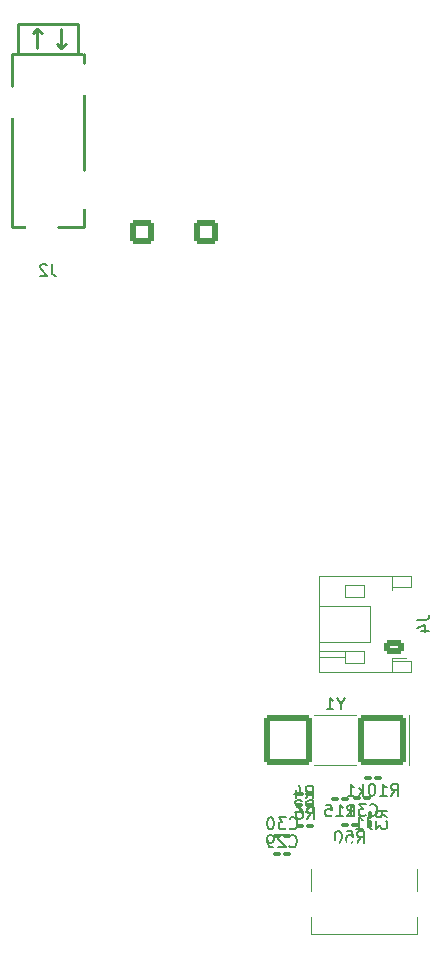
<source format=gbr>
%TF.GenerationSoftware,KiCad,Pcbnew,9.0.6*%
%TF.CreationDate,2025-12-23T23:32:32-06:00*%
%TF.ProjectId,Tony's MP3 Player,546f6e79-2773-4204-9d50-3320506c6179,rev?*%
%TF.SameCoordinates,Original*%
%TF.FileFunction,Legend,Bot*%
%TF.FilePolarity,Positive*%
%FSLAX46Y46*%
G04 Gerber Fmt 4.6, Leading zero omitted, Abs format (unit mm)*
G04 Created by KiCad (PCBNEW 9.0.6) date 2025-12-23 23:32:32*
%MOMM*%
%LPD*%
G01*
G04 APERTURE LIST*
G04 Aperture macros list*
%AMRoundRect*
0 Rectangle with rounded corners*
0 $1 Rounding radius*
0 $2 $3 $4 $5 $6 $7 $8 $9 X,Y pos of 4 corners*
0 Add a 4 corners polygon primitive as box body*
4,1,4,$2,$3,$4,$5,$6,$7,$8,$9,$2,$3,0*
0 Add four circle primitives for the rounded corners*
1,1,$1+$1,$2,$3*
1,1,$1+$1,$4,$5*
1,1,$1+$1,$6,$7*
1,1,$1+$1,$8,$9*
0 Add four rect primitives between the rounded corners*
20,1,$1+$1,$2,$3,$4,$5,0*
20,1,$1+$1,$4,$5,$6,$7,0*
20,1,$1+$1,$6,$7,$8,$9,0*
20,1,$1+$1,$8,$9,$2,$3,0*%
G04 Aperture macros list end*
%ADD10C,0.150000*%
%ADD11C,0.120000*%
%ADD12C,0.254000*%
%ADD13RoundRect,0.250000X0.750000X-0.750000X0.750000X0.750000X-0.750000X0.750000X-0.750000X-0.750000X0*%
%ADD14C,2.000000*%
%ADD15O,1.701600X1.701600*%
%ADD16RoundRect,0.250000X0.625000X-0.350000X0.625000X0.350000X-0.625000X0.350000X-0.625000X-0.350000X0*%
%ADD17O,1.750000X1.200000*%
%ADD18RoundRect,0.100000X0.217500X0.100000X-0.217500X0.100000X-0.217500X-0.100000X0.217500X-0.100000X0*%
%ADD19R,2.800000X2.200000*%
%ADD20R,2.800000X2.800000*%
%ADD21R,2.200000X2.800000*%
%ADD22RoundRect,0.100000X-0.217500X-0.100000X0.217500X-0.100000X0.217500X0.100000X-0.217500X0.100000X0*%
%ADD23RoundRect,0.100000X0.100000X-0.217500X0.100000X0.217500X-0.100000X0.217500X-0.100000X-0.217500X0*%
%ADD24RoundRect,0.250001X1.762499X1.849999X-1.762499X1.849999X-1.762499X-1.849999X1.762499X-1.849999X0*%
%ADD25C,0.600000*%
%ADD26R,0.600000X1.160000*%
%ADD27R,0.300000X1.160000*%
%ADD28O,0.900000X1.700000*%
%ADD29O,0.900000X2.000000*%
G04 APERTURE END LIST*
D10*
X167424819Y-98906666D02*
X168139104Y-98906666D01*
X168139104Y-98906666D02*
X168281961Y-98859047D01*
X168281961Y-98859047D02*
X168377200Y-98763809D01*
X168377200Y-98763809D02*
X168424819Y-98620952D01*
X168424819Y-98620952D02*
X168424819Y-98525714D01*
X167758152Y-99811428D02*
X168424819Y-99811428D01*
X167377200Y-99573333D02*
X168091485Y-99335238D01*
X168091485Y-99335238D02*
X168091485Y-99954285D01*
X158086666Y-115754819D02*
X158419999Y-115278628D01*
X158658094Y-115754819D02*
X158658094Y-114754819D01*
X158658094Y-114754819D02*
X158277142Y-114754819D01*
X158277142Y-114754819D02*
X158181904Y-114802438D01*
X158181904Y-114802438D02*
X158134285Y-114850057D01*
X158134285Y-114850057D02*
X158086666Y-114945295D01*
X158086666Y-114945295D02*
X158086666Y-115088152D01*
X158086666Y-115088152D02*
X158134285Y-115183390D01*
X158134285Y-115183390D02*
X158181904Y-115231009D01*
X158181904Y-115231009D02*
X158277142Y-115278628D01*
X158277142Y-115278628D02*
X158658094Y-115278628D01*
X157229523Y-114754819D02*
X157419999Y-114754819D01*
X157419999Y-114754819D02*
X157515237Y-114802438D01*
X157515237Y-114802438D02*
X157562856Y-114850057D01*
X157562856Y-114850057D02*
X157658094Y-114992914D01*
X157658094Y-114992914D02*
X157705713Y-115183390D01*
X157705713Y-115183390D02*
X157705713Y-115564342D01*
X157705713Y-115564342D02*
X157658094Y-115659580D01*
X157658094Y-115659580D02*
X157610475Y-115707200D01*
X157610475Y-115707200D02*
X157515237Y-115754819D01*
X157515237Y-115754819D02*
X157324761Y-115754819D01*
X157324761Y-115754819D02*
X157229523Y-115707200D01*
X157229523Y-115707200D02*
X157181904Y-115659580D01*
X157181904Y-115659580D02*
X157134285Y-115564342D01*
X157134285Y-115564342D02*
X157134285Y-115326247D01*
X157134285Y-115326247D02*
X157181904Y-115231009D01*
X157181904Y-115231009D02*
X157229523Y-115183390D01*
X157229523Y-115183390D02*
X157324761Y-115135771D01*
X157324761Y-115135771D02*
X157515237Y-115135771D01*
X157515237Y-115135771D02*
X157610475Y-115183390D01*
X157610475Y-115183390D02*
X157658094Y-115231009D01*
X157658094Y-115231009D02*
X157705713Y-115326247D01*
X136483333Y-68779536D02*
X136483333Y-69493821D01*
X136483333Y-69493821D02*
X136530952Y-69636678D01*
X136530952Y-69636678D02*
X136626190Y-69731917D01*
X136626190Y-69731917D02*
X136769047Y-69779536D01*
X136769047Y-69779536D02*
X136864285Y-69779536D01*
X136054761Y-68874774D02*
X136007142Y-68827155D01*
X136007142Y-68827155D02*
X135911904Y-68779536D01*
X135911904Y-68779536D02*
X135673809Y-68779536D01*
X135673809Y-68779536D02*
X135578571Y-68827155D01*
X135578571Y-68827155D02*
X135530952Y-68874774D01*
X135530952Y-68874774D02*
X135483333Y-68970012D01*
X135483333Y-68970012D02*
X135483333Y-69065250D01*
X135483333Y-69065250D02*
X135530952Y-69208107D01*
X135530952Y-69208107D02*
X136102380Y-69779536D01*
X136102380Y-69779536D02*
X135483333Y-69779536D01*
X163400357Y-115409580D02*
X163447976Y-115457200D01*
X163447976Y-115457200D02*
X163590833Y-115504819D01*
X163590833Y-115504819D02*
X163686071Y-115504819D01*
X163686071Y-115504819D02*
X163828928Y-115457200D01*
X163828928Y-115457200D02*
X163924166Y-115361961D01*
X163924166Y-115361961D02*
X163971785Y-115266723D01*
X163971785Y-115266723D02*
X164019404Y-115076247D01*
X164019404Y-115076247D02*
X164019404Y-114933390D01*
X164019404Y-114933390D02*
X163971785Y-114742914D01*
X163971785Y-114742914D02*
X163924166Y-114647676D01*
X163924166Y-114647676D02*
X163828928Y-114552438D01*
X163828928Y-114552438D02*
X163686071Y-114504819D01*
X163686071Y-114504819D02*
X163590833Y-114504819D01*
X163590833Y-114504819D02*
X163447976Y-114552438D01*
X163447976Y-114552438D02*
X163400357Y-114600057D01*
X163067023Y-114504819D02*
X162447976Y-114504819D01*
X162447976Y-114504819D02*
X162781309Y-114885771D01*
X162781309Y-114885771D02*
X162638452Y-114885771D01*
X162638452Y-114885771D02*
X162543214Y-114933390D01*
X162543214Y-114933390D02*
X162495595Y-114981009D01*
X162495595Y-114981009D02*
X162447976Y-115076247D01*
X162447976Y-115076247D02*
X162447976Y-115314342D01*
X162447976Y-115314342D02*
X162495595Y-115409580D01*
X162495595Y-115409580D02*
X162543214Y-115457200D01*
X162543214Y-115457200D02*
X162638452Y-115504819D01*
X162638452Y-115504819D02*
X162924166Y-115504819D01*
X162924166Y-115504819D02*
X163019404Y-115457200D01*
X163019404Y-115457200D02*
X163067023Y-115409580D01*
X161495595Y-115504819D02*
X162067023Y-115504819D01*
X161781309Y-115504819D02*
X161781309Y-114504819D01*
X161781309Y-114504819D02*
X161876547Y-114647676D01*
X161876547Y-114647676D02*
X161971785Y-114742914D01*
X161971785Y-114742914D02*
X162067023Y-114790533D01*
X161502857Y-115544819D02*
X161836190Y-115068628D01*
X162074285Y-115544819D02*
X162074285Y-114544819D01*
X162074285Y-114544819D02*
X161693333Y-114544819D01*
X161693333Y-114544819D02*
X161598095Y-114592438D01*
X161598095Y-114592438D02*
X161550476Y-114640057D01*
X161550476Y-114640057D02*
X161502857Y-114735295D01*
X161502857Y-114735295D02*
X161502857Y-114878152D01*
X161502857Y-114878152D02*
X161550476Y-114973390D01*
X161550476Y-114973390D02*
X161598095Y-115021009D01*
X161598095Y-115021009D02*
X161693333Y-115068628D01*
X161693333Y-115068628D02*
X162074285Y-115068628D01*
X160550476Y-115544819D02*
X161121904Y-115544819D01*
X160836190Y-115544819D02*
X160836190Y-114544819D01*
X160836190Y-114544819D02*
X160931428Y-114687676D01*
X160931428Y-114687676D02*
X161026666Y-114782914D01*
X161026666Y-114782914D02*
X161121904Y-114830533D01*
X159645714Y-114544819D02*
X160121904Y-114544819D01*
X160121904Y-114544819D02*
X160169523Y-115021009D01*
X160169523Y-115021009D02*
X160121904Y-114973390D01*
X160121904Y-114973390D02*
X160026666Y-114925771D01*
X160026666Y-114925771D02*
X159788571Y-114925771D01*
X159788571Y-114925771D02*
X159693333Y-114973390D01*
X159693333Y-114973390D02*
X159645714Y-115021009D01*
X159645714Y-115021009D02*
X159598095Y-115116247D01*
X159598095Y-115116247D02*
X159598095Y-115354342D01*
X159598095Y-115354342D02*
X159645714Y-115449580D01*
X159645714Y-115449580D02*
X159693333Y-115497200D01*
X159693333Y-115497200D02*
X159788571Y-115544819D01*
X159788571Y-115544819D02*
X160026666Y-115544819D01*
X160026666Y-115544819D02*
X160121904Y-115497200D01*
X160121904Y-115497200D02*
X160169523Y-115449580D01*
X164884819Y-115640833D02*
X164408628Y-115307500D01*
X164884819Y-115069405D02*
X163884819Y-115069405D01*
X163884819Y-115069405D02*
X163884819Y-115450357D01*
X163884819Y-115450357D02*
X163932438Y-115545595D01*
X163932438Y-115545595D02*
X163980057Y-115593214D01*
X163980057Y-115593214D02*
X164075295Y-115640833D01*
X164075295Y-115640833D02*
X164218152Y-115640833D01*
X164218152Y-115640833D02*
X164313390Y-115593214D01*
X164313390Y-115593214D02*
X164361009Y-115545595D01*
X164361009Y-115545595D02*
X164408628Y-115450357D01*
X164408628Y-115450357D02*
X164408628Y-115069405D01*
X163884819Y-115974167D02*
X163884819Y-116593214D01*
X163884819Y-116593214D02*
X164265771Y-116259881D01*
X164265771Y-116259881D02*
X164265771Y-116402738D01*
X164265771Y-116402738D02*
X164313390Y-116497976D01*
X164313390Y-116497976D02*
X164361009Y-116545595D01*
X164361009Y-116545595D02*
X164456247Y-116593214D01*
X164456247Y-116593214D02*
X164694342Y-116593214D01*
X164694342Y-116593214D02*
X164789580Y-116545595D01*
X164789580Y-116545595D02*
X164837200Y-116497976D01*
X164837200Y-116497976D02*
X164884819Y-116402738D01*
X164884819Y-116402738D02*
X164884819Y-116117024D01*
X164884819Y-116117024D02*
X164837200Y-116021786D01*
X164837200Y-116021786D02*
X164789580Y-115974167D01*
X156622857Y-116539580D02*
X156670476Y-116587200D01*
X156670476Y-116587200D02*
X156813333Y-116634819D01*
X156813333Y-116634819D02*
X156908571Y-116634819D01*
X156908571Y-116634819D02*
X157051428Y-116587200D01*
X157051428Y-116587200D02*
X157146666Y-116491961D01*
X157146666Y-116491961D02*
X157194285Y-116396723D01*
X157194285Y-116396723D02*
X157241904Y-116206247D01*
X157241904Y-116206247D02*
X157241904Y-116063390D01*
X157241904Y-116063390D02*
X157194285Y-115872914D01*
X157194285Y-115872914D02*
X157146666Y-115777676D01*
X157146666Y-115777676D02*
X157051428Y-115682438D01*
X157051428Y-115682438D02*
X156908571Y-115634819D01*
X156908571Y-115634819D02*
X156813333Y-115634819D01*
X156813333Y-115634819D02*
X156670476Y-115682438D01*
X156670476Y-115682438D02*
X156622857Y-115730057D01*
X156289523Y-115634819D02*
X155670476Y-115634819D01*
X155670476Y-115634819D02*
X156003809Y-116015771D01*
X156003809Y-116015771D02*
X155860952Y-116015771D01*
X155860952Y-116015771D02*
X155765714Y-116063390D01*
X155765714Y-116063390D02*
X155718095Y-116111009D01*
X155718095Y-116111009D02*
X155670476Y-116206247D01*
X155670476Y-116206247D02*
X155670476Y-116444342D01*
X155670476Y-116444342D02*
X155718095Y-116539580D01*
X155718095Y-116539580D02*
X155765714Y-116587200D01*
X155765714Y-116587200D02*
X155860952Y-116634819D01*
X155860952Y-116634819D02*
X156146666Y-116634819D01*
X156146666Y-116634819D02*
X156241904Y-116587200D01*
X156241904Y-116587200D02*
X156289523Y-116539580D01*
X155051428Y-115634819D02*
X154956190Y-115634819D01*
X154956190Y-115634819D02*
X154860952Y-115682438D01*
X154860952Y-115682438D02*
X154813333Y-115730057D01*
X154813333Y-115730057D02*
X154765714Y-115825295D01*
X154765714Y-115825295D02*
X154718095Y-116015771D01*
X154718095Y-116015771D02*
X154718095Y-116253866D01*
X154718095Y-116253866D02*
X154765714Y-116444342D01*
X154765714Y-116444342D02*
X154813333Y-116539580D01*
X154813333Y-116539580D02*
X154860952Y-116587200D01*
X154860952Y-116587200D02*
X154956190Y-116634819D01*
X154956190Y-116634819D02*
X155051428Y-116634819D01*
X155051428Y-116634819D02*
X155146666Y-116587200D01*
X155146666Y-116587200D02*
X155194285Y-116539580D01*
X155194285Y-116539580D02*
X155241904Y-116444342D01*
X155241904Y-116444342D02*
X155289523Y-116253866D01*
X155289523Y-116253866D02*
X155289523Y-116015771D01*
X155289523Y-116015771D02*
X155241904Y-115825295D01*
X155241904Y-115825295D02*
X155194285Y-115730057D01*
X155194285Y-115730057D02*
X155146666Y-115682438D01*
X155146666Y-115682438D02*
X155051428Y-115634819D01*
X157979166Y-113954819D02*
X158312499Y-113478628D01*
X158550594Y-113954819D02*
X158550594Y-112954819D01*
X158550594Y-112954819D02*
X158169642Y-112954819D01*
X158169642Y-112954819D02*
X158074404Y-113002438D01*
X158074404Y-113002438D02*
X158026785Y-113050057D01*
X158026785Y-113050057D02*
X157979166Y-113145295D01*
X157979166Y-113145295D02*
X157979166Y-113288152D01*
X157979166Y-113288152D02*
X158026785Y-113383390D01*
X158026785Y-113383390D02*
X158074404Y-113431009D01*
X158074404Y-113431009D02*
X158169642Y-113478628D01*
X158169642Y-113478628D02*
X158550594Y-113478628D01*
X157122023Y-113288152D02*
X157122023Y-113954819D01*
X157360118Y-112907200D02*
X157598213Y-113621485D01*
X157598213Y-113621485D02*
X156979166Y-113621485D01*
X160926190Y-106008628D02*
X160926190Y-106484819D01*
X161259523Y-105484819D02*
X160926190Y-106008628D01*
X160926190Y-106008628D02*
X160592857Y-105484819D01*
X159735714Y-106484819D02*
X160307142Y-106484819D01*
X160021428Y-106484819D02*
X160021428Y-105484819D01*
X160021428Y-105484819D02*
X160116666Y-105627676D01*
X160116666Y-105627676D02*
X160211904Y-105722914D01*
X160211904Y-105722914D02*
X160307142Y-105770533D01*
X156592857Y-118049580D02*
X156640476Y-118097200D01*
X156640476Y-118097200D02*
X156783333Y-118144819D01*
X156783333Y-118144819D02*
X156878571Y-118144819D01*
X156878571Y-118144819D02*
X157021428Y-118097200D01*
X157021428Y-118097200D02*
X157116666Y-118001961D01*
X157116666Y-118001961D02*
X157164285Y-117906723D01*
X157164285Y-117906723D02*
X157211904Y-117716247D01*
X157211904Y-117716247D02*
X157211904Y-117573390D01*
X157211904Y-117573390D02*
X157164285Y-117382914D01*
X157164285Y-117382914D02*
X157116666Y-117287676D01*
X157116666Y-117287676D02*
X157021428Y-117192438D01*
X157021428Y-117192438D02*
X156878571Y-117144819D01*
X156878571Y-117144819D02*
X156783333Y-117144819D01*
X156783333Y-117144819D02*
X156640476Y-117192438D01*
X156640476Y-117192438D02*
X156592857Y-117240057D01*
X156211904Y-117240057D02*
X156164285Y-117192438D01*
X156164285Y-117192438D02*
X156069047Y-117144819D01*
X156069047Y-117144819D02*
X155830952Y-117144819D01*
X155830952Y-117144819D02*
X155735714Y-117192438D01*
X155735714Y-117192438D02*
X155688095Y-117240057D01*
X155688095Y-117240057D02*
X155640476Y-117335295D01*
X155640476Y-117335295D02*
X155640476Y-117430533D01*
X155640476Y-117430533D02*
X155688095Y-117573390D01*
X155688095Y-117573390D02*
X156259523Y-118144819D01*
X156259523Y-118144819D02*
X155640476Y-118144819D01*
X155164285Y-118144819D02*
X154973809Y-118144819D01*
X154973809Y-118144819D02*
X154878571Y-118097200D01*
X154878571Y-118097200D02*
X154830952Y-118049580D01*
X154830952Y-118049580D02*
X154735714Y-117906723D01*
X154735714Y-117906723D02*
X154688095Y-117716247D01*
X154688095Y-117716247D02*
X154688095Y-117335295D01*
X154688095Y-117335295D02*
X154735714Y-117240057D01*
X154735714Y-117240057D02*
X154783333Y-117192438D01*
X154783333Y-117192438D02*
X154878571Y-117144819D01*
X154878571Y-117144819D02*
X155069047Y-117144819D01*
X155069047Y-117144819D02*
X155164285Y-117192438D01*
X155164285Y-117192438D02*
X155211904Y-117240057D01*
X155211904Y-117240057D02*
X155259523Y-117335295D01*
X155259523Y-117335295D02*
X155259523Y-117573390D01*
X155259523Y-117573390D02*
X155211904Y-117668628D01*
X155211904Y-117668628D02*
X155164285Y-117716247D01*
X155164285Y-117716247D02*
X155069047Y-117763866D01*
X155069047Y-117763866D02*
X154878571Y-117763866D01*
X154878571Y-117763866D02*
X154783333Y-117716247D01*
X154783333Y-117716247D02*
X154735714Y-117668628D01*
X154735714Y-117668628D02*
X154688095Y-117573390D01*
X158026666Y-115164819D02*
X158359999Y-114688628D01*
X158598094Y-115164819D02*
X158598094Y-114164819D01*
X158598094Y-114164819D02*
X158217142Y-114164819D01*
X158217142Y-114164819D02*
X158121904Y-114212438D01*
X158121904Y-114212438D02*
X158074285Y-114260057D01*
X158074285Y-114260057D02*
X158026666Y-114355295D01*
X158026666Y-114355295D02*
X158026666Y-114498152D01*
X158026666Y-114498152D02*
X158074285Y-114593390D01*
X158074285Y-114593390D02*
X158121904Y-114641009D01*
X158121904Y-114641009D02*
X158217142Y-114688628D01*
X158217142Y-114688628D02*
X158598094Y-114688628D01*
X157645713Y-114260057D02*
X157598094Y-114212438D01*
X157598094Y-114212438D02*
X157502856Y-114164819D01*
X157502856Y-114164819D02*
X157264761Y-114164819D01*
X157264761Y-114164819D02*
X157169523Y-114212438D01*
X157169523Y-114212438D02*
X157121904Y-114260057D01*
X157121904Y-114260057D02*
X157074285Y-114355295D01*
X157074285Y-114355295D02*
X157074285Y-114450533D01*
X157074285Y-114450533D02*
X157121904Y-114593390D01*
X157121904Y-114593390D02*
X157693332Y-115164819D01*
X157693332Y-115164819D02*
X157074285Y-115164819D01*
X165193809Y-113794819D02*
X165527142Y-113318628D01*
X165765237Y-113794819D02*
X165765237Y-112794819D01*
X165765237Y-112794819D02*
X165384285Y-112794819D01*
X165384285Y-112794819D02*
X165289047Y-112842438D01*
X165289047Y-112842438D02*
X165241428Y-112890057D01*
X165241428Y-112890057D02*
X165193809Y-112985295D01*
X165193809Y-112985295D02*
X165193809Y-113128152D01*
X165193809Y-113128152D02*
X165241428Y-113223390D01*
X165241428Y-113223390D02*
X165289047Y-113271009D01*
X165289047Y-113271009D02*
X165384285Y-113318628D01*
X165384285Y-113318628D02*
X165765237Y-113318628D01*
X164241428Y-113794819D02*
X164812856Y-113794819D01*
X164527142Y-113794819D02*
X164527142Y-112794819D01*
X164527142Y-112794819D02*
X164622380Y-112937676D01*
X164622380Y-112937676D02*
X164717618Y-113032914D01*
X164717618Y-113032914D02*
X164812856Y-113080533D01*
X163622380Y-112794819D02*
X163527142Y-112794819D01*
X163527142Y-112794819D02*
X163431904Y-112842438D01*
X163431904Y-112842438D02*
X163384285Y-112890057D01*
X163384285Y-112890057D02*
X163336666Y-112985295D01*
X163336666Y-112985295D02*
X163289047Y-113175771D01*
X163289047Y-113175771D02*
X163289047Y-113413866D01*
X163289047Y-113413866D02*
X163336666Y-113604342D01*
X163336666Y-113604342D02*
X163384285Y-113699580D01*
X163384285Y-113699580D02*
X163431904Y-113747200D01*
X163431904Y-113747200D02*
X163527142Y-113794819D01*
X163527142Y-113794819D02*
X163622380Y-113794819D01*
X163622380Y-113794819D02*
X163717618Y-113747200D01*
X163717618Y-113747200D02*
X163765237Y-113699580D01*
X163765237Y-113699580D02*
X163812856Y-113604342D01*
X163812856Y-113604342D02*
X163860475Y-113413866D01*
X163860475Y-113413866D02*
X163860475Y-113175771D01*
X163860475Y-113175771D02*
X163812856Y-112985295D01*
X163812856Y-112985295D02*
X163765237Y-112890057D01*
X163765237Y-112890057D02*
X163717618Y-112842438D01*
X163717618Y-112842438D02*
X163622380Y-112794819D01*
X162860475Y-113794819D02*
X162860475Y-112794819D01*
X162765237Y-113413866D02*
X162479523Y-113794819D01*
X162479523Y-113128152D02*
X162860475Y-113509104D01*
X161527142Y-113794819D02*
X162098570Y-113794819D01*
X161812856Y-113794819D02*
X161812856Y-112794819D01*
X161812856Y-112794819D02*
X161908094Y-112937676D01*
X161908094Y-112937676D02*
X162003332Y-113032914D01*
X162003332Y-113032914D02*
X162098570Y-113080533D01*
X163233333Y-115579819D02*
X163233333Y-116294104D01*
X163233333Y-116294104D02*
X163280952Y-116436961D01*
X163280952Y-116436961D02*
X163376190Y-116532200D01*
X163376190Y-116532200D02*
X163519047Y-116579819D01*
X163519047Y-116579819D02*
X163614285Y-116579819D01*
X162233333Y-116579819D02*
X162804761Y-116579819D01*
X162519047Y-116579819D02*
X162519047Y-115579819D01*
X162519047Y-115579819D02*
X162614285Y-115722676D01*
X162614285Y-115722676D02*
X162709523Y-115817914D01*
X162709523Y-115817914D02*
X162804761Y-115865533D01*
X162340357Y-117774819D02*
X162673690Y-117298628D01*
X162911785Y-117774819D02*
X162911785Y-116774819D01*
X162911785Y-116774819D02*
X162530833Y-116774819D01*
X162530833Y-116774819D02*
X162435595Y-116822438D01*
X162435595Y-116822438D02*
X162387976Y-116870057D01*
X162387976Y-116870057D02*
X162340357Y-116965295D01*
X162340357Y-116965295D02*
X162340357Y-117108152D01*
X162340357Y-117108152D02*
X162387976Y-117203390D01*
X162387976Y-117203390D02*
X162435595Y-117251009D01*
X162435595Y-117251009D02*
X162530833Y-117298628D01*
X162530833Y-117298628D02*
X162911785Y-117298628D01*
X161435595Y-116774819D02*
X161911785Y-116774819D01*
X161911785Y-116774819D02*
X161959404Y-117251009D01*
X161959404Y-117251009D02*
X161911785Y-117203390D01*
X161911785Y-117203390D02*
X161816547Y-117155771D01*
X161816547Y-117155771D02*
X161578452Y-117155771D01*
X161578452Y-117155771D02*
X161483214Y-117203390D01*
X161483214Y-117203390D02*
X161435595Y-117251009D01*
X161435595Y-117251009D02*
X161387976Y-117346247D01*
X161387976Y-117346247D02*
X161387976Y-117584342D01*
X161387976Y-117584342D02*
X161435595Y-117679580D01*
X161435595Y-117679580D02*
X161483214Y-117727200D01*
X161483214Y-117727200D02*
X161578452Y-117774819D01*
X161578452Y-117774819D02*
X161816547Y-117774819D01*
X161816547Y-117774819D02*
X161911785Y-117727200D01*
X161911785Y-117727200D02*
X161959404Y-117679580D01*
X160768928Y-116774819D02*
X160673690Y-116774819D01*
X160673690Y-116774819D02*
X160578452Y-116822438D01*
X160578452Y-116822438D02*
X160530833Y-116870057D01*
X160530833Y-116870057D02*
X160483214Y-116965295D01*
X160483214Y-116965295D02*
X160435595Y-117155771D01*
X160435595Y-117155771D02*
X160435595Y-117393866D01*
X160435595Y-117393866D02*
X160483214Y-117584342D01*
X160483214Y-117584342D02*
X160530833Y-117679580D01*
X160530833Y-117679580D02*
X160578452Y-117727200D01*
X160578452Y-117727200D02*
X160673690Y-117774819D01*
X160673690Y-117774819D02*
X160768928Y-117774819D01*
X160768928Y-117774819D02*
X160864166Y-117727200D01*
X160864166Y-117727200D02*
X160911785Y-117679580D01*
X160911785Y-117679580D02*
X160959404Y-117584342D01*
X160959404Y-117584342D02*
X161007023Y-117393866D01*
X161007023Y-117393866D02*
X161007023Y-117155771D01*
X161007023Y-117155771D02*
X160959404Y-116965295D01*
X160959404Y-116965295D02*
X160911785Y-116870057D01*
X160911785Y-116870057D02*
X160864166Y-116822438D01*
X160864166Y-116822438D02*
X160768928Y-116774819D01*
D11*
%TO.C,J4*%
X159060000Y-95180000D02*
X166880000Y-95180000D01*
X159060000Y-100740000D02*
X163420000Y-100740000D01*
X159060000Y-103300000D02*
X159060000Y-95180000D01*
X161320000Y-95940000D02*
X161320000Y-96940000D01*
X161320000Y-96940000D02*
X162920000Y-96940000D01*
X161320000Y-101540000D02*
X159060000Y-101540000D01*
X161320000Y-101540000D02*
X162920000Y-101540000D01*
X161320000Y-102040000D02*
X159060000Y-102040000D01*
X161320000Y-102540000D02*
X161320000Y-101540000D01*
X162920000Y-95940000D02*
X161320000Y-95940000D01*
X162920000Y-96940000D02*
X162920000Y-95940000D01*
X162920000Y-101540000D02*
X162920000Y-102540000D01*
X162920000Y-102540000D02*
X161320000Y-102540000D01*
X163420000Y-97740000D02*
X159060000Y-97740000D01*
X163420000Y-100740000D02*
X163420000Y-97740000D01*
X165280000Y-95180000D02*
X165280000Y-96100000D01*
X165280000Y-96100000D02*
X165280000Y-96380000D01*
X165280000Y-102100000D02*
X165280000Y-102380000D01*
X165280000Y-102100000D02*
X166495000Y-102100000D01*
X165280000Y-102380000D02*
X166880000Y-102380000D01*
X165280000Y-103300000D02*
X165280000Y-102380000D01*
X166880000Y-95180000D02*
X166880000Y-96100000D01*
X166880000Y-96100000D02*
X165280000Y-96100000D01*
X166880000Y-102380000D02*
X166880000Y-103300000D01*
X166880000Y-103300000D02*
X159060000Y-103300000D01*
D12*
%TO.C,J2*%
X133102000Y-51018717D02*
X133102000Y-53718717D01*
X133102000Y-51018717D02*
X139071000Y-51018717D01*
X133102000Y-56380717D02*
X133102000Y-65623717D01*
X133102000Y-65623717D02*
X133610000Y-65623717D01*
X133578500Y-48478717D02*
X138690000Y-48478717D01*
X133578500Y-51018717D02*
X133578500Y-48478717D01*
X134319000Y-65623717D02*
X133610000Y-65623717D01*
X134880000Y-49240717D02*
X135261000Y-48859717D01*
X135261000Y-48859717D02*
X134880000Y-49240717D01*
X135261000Y-48859717D02*
X135642000Y-49240717D01*
X135261000Y-50510717D02*
X135261000Y-48859717D01*
X137293000Y-48859717D02*
X137293000Y-50510717D01*
X137293000Y-50510717D02*
X136912000Y-50129717D01*
X137293000Y-50510717D02*
X137674000Y-50129717D01*
X137674000Y-50129717D02*
X137293000Y-50510717D01*
X138690000Y-48478717D02*
X138690000Y-51018717D01*
X138690000Y-65623717D02*
X136981000Y-65623717D01*
X138690000Y-65623717D02*
X139198000Y-65623717D01*
X139198000Y-51718717D02*
X139198000Y-51018717D01*
X139198000Y-60797717D02*
X139198000Y-54380717D01*
X139198000Y-65623717D02*
X139198000Y-64099717D01*
D11*
%TO.C,Y1*%
X162190000Y-106970000D02*
X158710000Y-106970000D01*
X162190000Y-111190000D02*
X158710000Y-111190000D01*
X166735000Y-106980000D02*
X166735000Y-111180000D01*
%TO.C,J1*%
X158430000Y-120035000D02*
X158430000Y-121835000D01*
X158430000Y-125545000D02*
X158430000Y-124085000D01*
X158430000Y-125545000D02*
X167370000Y-125545000D01*
X167370000Y-120035000D02*
X167370000Y-121835000D01*
X167370000Y-125545000D02*
X167370000Y-124085000D01*
%TD*%
%LPC*%
D13*
%TO.C,C7*%
X128932500Y-81890000D03*
D14*
X128932500Y-66890000D03*
%TD*%
D13*
%TO.C,C15*%
X144142500Y-66100000D03*
D14*
X144142500Y-51100000D03*
%TD*%
D15*
%TO.C,OLED1*%
X129430050Y-62580000D03*
X129430050Y-60040000D03*
X129430050Y-57500000D03*
X129430050Y-54960000D03*
%TD*%
D13*
%TO.C,C16*%
X149565000Y-66070000D03*
D14*
X149565000Y-51070000D03*
%TD*%
D16*
%TO.C,J4*%
X165420000Y-101240000D03*
D17*
X165420000Y-99240000D03*
X165420000Y-97240000D03*
%TD*%
D18*
%TO.C,R6*%
X158327500Y-116350000D03*
X157512500Y-116350000D03*
%TD*%
D19*
%TO.C,J2*%
X139850000Y-53349717D03*
D20*
X139850000Y-62749717D03*
D19*
X132450000Y-55349717D03*
D21*
X135400000Y-66949717D03*
%TD*%
D22*
%TO.C,C31*%
X162350000Y-114000000D03*
X163165000Y-114000000D03*
%TD*%
%TO.C,R15*%
X160452500Y-114040000D03*
X161267500Y-114040000D03*
%TD*%
D23*
%TO.C,R3*%
X163380000Y-116215000D03*
X163380000Y-115400000D03*
%TD*%
D18*
%TO.C,C30*%
X156387500Y-117230000D03*
X155572500Y-117230000D03*
%TD*%
%TO.C,R4*%
X158220000Y-114550000D03*
X157405000Y-114550000D03*
%TD*%
D24*
%TO.C,Y1*%
X164462500Y-109080000D03*
X156437500Y-109080000D03*
%TD*%
D18*
%TO.C,C29*%
X156357500Y-118740000D03*
X155542500Y-118740000D03*
%TD*%
D22*
%TO.C,R2*%
X157452500Y-113660000D03*
X158267500Y-113660000D03*
%TD*%
%TO.C,R10k1*%
X163262500Y-112290000D03*
X164077500Y-112290000D03*
%TD*%
D25*
%TO.C,J1*%
X165790000Y-119255000D03*
X160010000Y-119255000D03*
D26*
X166100000Y-118195000D03*
X165300000Y-118195000D03*
D27*
X164150000Y-118195000D03*
X163150000Y-118195000D03*
X162650000Y-118195000D03*
X161650000Y-118195000D03*
D26*
X160500000Y-118195000D03*
X159700000Y-118195000D03*
X159700000Y-118195000D03*
X160500000Y-118195000D03*
D27*
X161150000Y-118195000D03*
X162150000Y-118195000D03*
X163650000Y-118195000D03*
X164650000Y-118195000D03*
D26*
X165300000Y-118195000D03*
X166100000Y-118195000D03*
D28*
X167220000Y-122945000D03*
D29*
X167220000Y-118775000D03*
D28*
X158580000Y-122945000D03*
D29*
X158580000Y-118775000D03*
%TD*%
D22*
%TO.C,R50*%
X161290000Y-116270000D03*
X162105000Y-116270000D03*
%TD*%
%LPD*%
M02*

</source>
